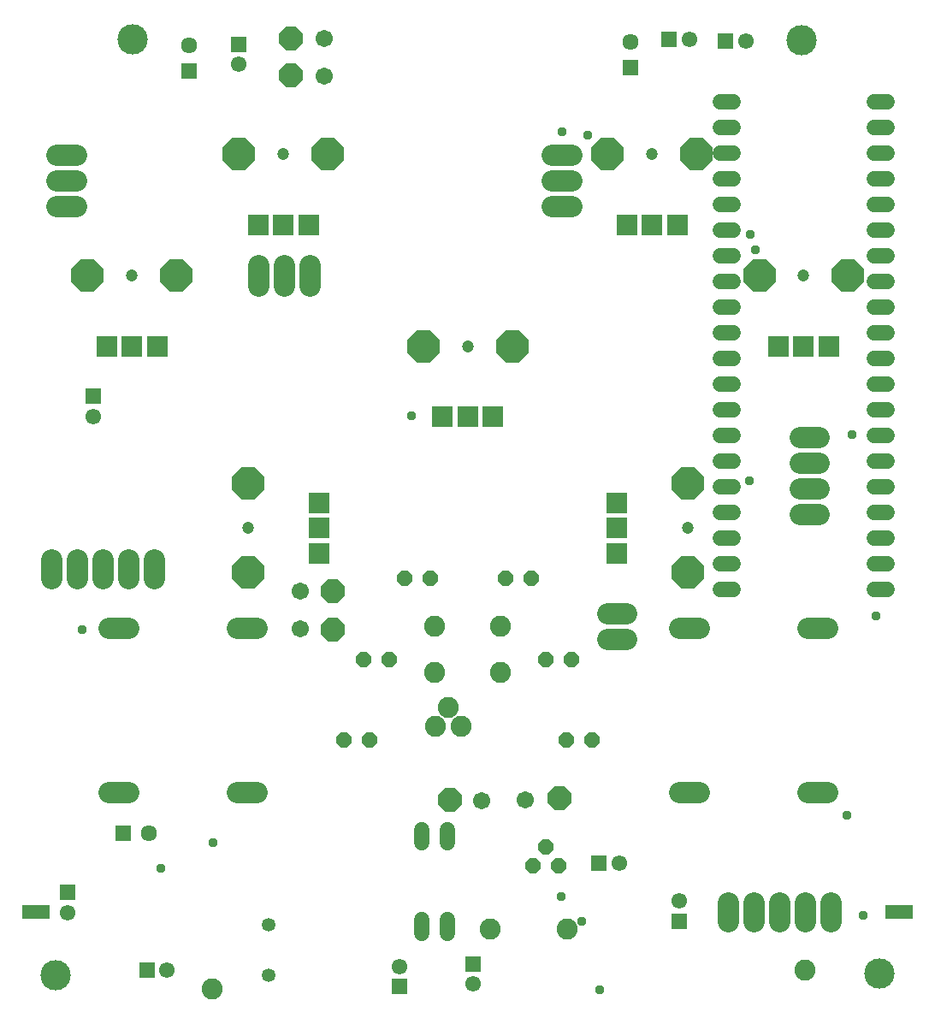
<source format=gbr>
G04 EAGLE Gerber X2 export*
%TF.Part,Single*%
%TF.FileFunction,Soldermask,Bot,1*%
%TF.FilePolarity,Positive*%
%TF.GenerationSoftware,Autodesk,EAGLE,9.2.2*%
%TF.CreationDate,2019-06-08T20:53:07Z*%
G75*
%MOMM*%
%FSLAX34Y34*%
%LPD*%
%INSoldermask Bottom*%
%AMOC8*
5,1,8,0,0,1.08239X$1,22.5*%
G01*
%ADD10P,2.556822X8X202.500000*%
%ADD11R,1.553200X1.553200*%
%ADD12C,1.553200*%
%ADD13C,1.611200*%
%ADD14R,1.611200X1.611200*%
%ADD15C,3.003200*%
%ADD16C,2.153200*%
%ADD17P,2.556822X8X22.500000*%
%ADD18C,1.511200*%
%ADD19R,2.082800X2.082800*%
%ADD20P,3.467112X8X292.500000*%
%ADD21C,1.203200*%
%ADD22P,3.467112X8X22.500000*%
%ADD23P,3.467112X8X202.500000*%
%ADD24C,1.703200*%
%ADD25P,1.649562X8X202.500000*%
%ADD26C,2.082800*%
%ADD27C,2.159000*%
%ADD28C,2.082800*%
%ADD29C,1.346200*%
%ADD30C,1.524000*%
%ADD31P,1.649562X8X22.500000*%
%ADD32R,2.743200X1.473200*%
%ADD33C,0.959600*%


D10*
X267672Y964694D03*
X267672Y928475D03*
D11*
X697770Y962330D03*
D12*
X717770Y962330D03*
D11*
X641639Y964091D03*
D12*
X661639Y964091D03*
D11*
X216194Y959020D03*
D12*
X216194Y939020D03*
D13*
X603556Y960896D03*
D14*
X603556Y935496D03*
D13*
X166692Y957507D03*
D14*
X166692Y932107D03*
D15*
X850000Y39085D03*
X35000Y37818D03*
D16*
X86750Y218850D02*
X106250Y218850D01*
X106250Y381150D02*
X86750Y381150D01*
X213750Y218850D02*
X233250Y218850D01*
X233250Y381150D02*
X213750Y381150D01*
D10*
X308500Y379478D03*
D17*
X308500Y417580D03*
D16*
X778750Y381150D02*
X798250Y381150D01*
X798250Y218850D02*
X778750Y218850D01*
X671250Y381150D02*
X651750Y381150D01*
X651750Y218850D02*
X671250Y218850D01*
D18*
X692260Y901700D02*
X705340Y901700D01*
X705340Y876300D02*
X692260Y876300D01*
X692260Y850900D02*
X705340Y850900D01*
X705340Y825500D02*
X692260Y825500D01*
X692260Y800100D02*
X705340Y800100D01*
X705340Y774700D02*
X692260Y774700D01*
X692260Y749300D02*
X705340Y749300D01*
X705340Y723900D02*
X692260Y723900D01*
X692260Y698500D02*
X705340Y698500D01*
X705340Y673100D02*
X692260Y673100D01*
X692260Y647700D02*
X705340Y647700D01*
X705340Y622300D02*
X692260Y622300D01*
X692260Y596900D02*
X705340Y596900D01*
X705340Y571500D02*
X692260Y571500D01*
X692260Y546100D02*
X705340Y546100D01*
X705340Y520700D02*
X692260Y520700D01*
X692260Y495300D02*
X705340Y495300D01*
X705340Y469900D02*
X692260Y469900D01*
X692260Y444500D02*
X705340Y444500D01*
X705340Y419100D02*
X692260Y419100D01*
X844660Y901700D02*
X857740Y901700D01*
X857740Y876300D02*
X844660Y876300D01*
X844660Y850900D02*
X857740Y850900D01*
X857740Y825500D02*
X844660Y825500D01*
X844660Y800100D02*
X857740Y800100D01*
X857740Y774700D02*
X844660Y774700D01*
X844660Y749300D02*
X857740Y749300D01*
X857740Y723900D02*
X844660Y723900D01*
X844660Y698500D02*
X857740Y698500D01*
X857740Y673100D02*
X844660Y673100D01*
X844660Y647700D02*
X857740Y647700D01*
X857740Y622300D02*
X844660Y622300D01*
X844660Y596900D02*
X857740Y596900D01*
X857740Y571500D02*
X844660Y571500D01*
X844660Y546100D02*
X857740Y546100D01*
X857740Y520700D02*
X844660Y520700D01*
X844660Y495300D02*
X857740Y495300D01*
X857740Y469900D02*
X844660Y469900D01*
X844660Y444500D02*
X857740Y444500D01*
X857740Y419100D02*
X844660Y419100D01*
D19*
X750000Y660000D03*
X775000Y660000D03*
X800000Y660000D03*
D20*
X731000Y730000D03*
X819000Y730000D03*
D21*
X775000Y730000D03*
D19*
X295000Y455000D03*
X295000Y480000D03*
X295000Y505000D03*
D22*
X225000Y436000D03*
X225000Y524000D03*
D21*
X225000Y480000D03*
D19*
X600000Y780000D03*
X625000Y780000D03*
X650000Y780000D03*
D20*
X581000Y850000D03*
X669000Y850000D03*
D21*
X625000Y850000D03*
D19*
X590000Y505000D03*
X590000Y480000D03*
X590000Y455000D03*
D23*
X660000Y524000D03*
X660000Y436000D03*
D21*
X660000Y480000D03*
D19*
X417500Y590000D03*
X442500Y590000D03*
X467500Y590000D03*
D20*
X398500Y660000D03*
X486500Y660000D03*
D21*
X442500Y660000D03*
D19*
X85000Y660000D03*
X110000Y660000D03*
X135000Y660000D03*
D20*
X66000Y730000D03*
X154000Y730000D03*
D21*
X110000Y730000D03*
D24*
X277000Y417830D03*
X277000Y380048D03*
X300460Y964978D03*
X300460Y927386D03*
D25*
X405200Y430000D03*
X379800Y430000D03*
X505200Y430000D03*
X479800Y430000D03*
X545200Y350000D03*
X519800Y350000D03*
X565200Y270000D03*
X539800Y270000D03*
X365200Y350000D03*
X339800Y350000D03*
X345200Y270000D03*
X319800Y270000D03*
D26*
X30000Y430602D02*
X30000Y449398D01*
X55400Y449398D02*
X55400Y430602D01*
X80800Y430602D02*
X80800Y449398D01*
X106200Y449398D02*
X106200Y430602D01*
X131600Y430602D02*
X131600Y449398D01*
D27*
X54887Y799030D02*
X35329Y799030D01*
X35329Y824430D02*
X54887Y824430D01*
X54887Y849830D02*
X35329Y849830D01*
X525329Y799030D02*
X544887Y799030D01*
X544887Y824430D02*
X525329Y824430D01*
X525329Y849830D02*
X544887Y849830D01*
X285908Y739891D02*
X285908Y720333D01*
X260508Y720333D02*
X260508Y739891D01*
X235108Y739891D02*
X235108Y720333D01*
D19*
X235000Y780000D03*
X260000Y780000D03*
X285000Y780000D03*
D20*
X216000Y850000D03*
X304000Y850000D03*
D21*
X260000Y850000D03*
D28*
X475012Y382606D03*
X409988Y382606D03*
X475012Y337394D03*
X409988Y337394D03*
D11*
X46555Y119279D03*
D12*
X46555Y99279D03*
D13*
X126508Y178437D03*
D14*
X101108Y178437D03*
D11*
X125012Y42305D03*
D12*
X145012Y42305D03*
D29*
X245740Y37760D03*
X245740Y87760D03*
D11*
X651721Y90841D03*
D12*
X651721Y110841D03*
D26*
X700000Y109398D02*
X700000Y90602D01*
X725400Y90602D02*
X725400Y109398D01*
X750800Y109398D02*
X750800Y90602D01*
X776200Y90602D02*
X776200Y109398D01*
X801600Y109398D02*
X801600Y90602D01*
D15*
X110534Y963497D03*
X772959Y963223D03*
D24*
X456394Y210388D03*
X499838Y211394D03*
D17*
X424723Y211066D03*
X533127Y212693D03*
D28*
X410439Y283600D03*
X423139Y302650D03*
X435839Y283600D03*
D11*
X71819Y610452D03*
D12*
X71819Y590452D03*
D26*
X580602Y370000D02*
X599398Y370000D01*
X599398Y395400D02*
X580602Y395400D01*
X771413Y569697D02*
X790209Y569697D01*
X790209Y544297D02*
X771413Y544297D01*
X771413Y518897D02*
X790209Y518897D01*
X790209Y493497D02*
X771413Y493497D01*
D28*
X540898Y82827D03*
X464698Y82827D03*
X189670Y23816D03*
X776054Y42886D03*
D11*
X448144Y48737D03*
D12*
X448144Y28737D03*
D11*
X374718Y26105D03*
D12*
X374718Y46105D03*
D30*
X422061Y168381D02*
X422061Y181589D01*
X396661Y181589D02*
X396661Y168381D01*
X396661Y92181D02*
X396661Y78973D01*
X422061Y78973D02*
X422061Y92181D01*
D31*
X532371Y145545D03*
X519671Y164595D03*
X506971Y145545D03*
D11*
X572310Y148233D03*
D12*
X592310Y148233D03*
D32*
X869540Y100000D03*
X15332Y100000D03*
D33*
X138684Y143256D03*
X190500Y169164D03*
X555640Y90742D03*
X534924Y115824D03*
X834215Y97033D03*
X535845Y872562D03*
X573024Y22860D03*
X560842Y868664D03*
X817347Y195489D03*
X387096Y591312D03*
X720852Y527304D03*
X846743Y393169D03*
X722376Y771144D03*
X822960Y573024D03*
X726948Y755904D03*
X60960Y379476D03*
M02*

</source>
